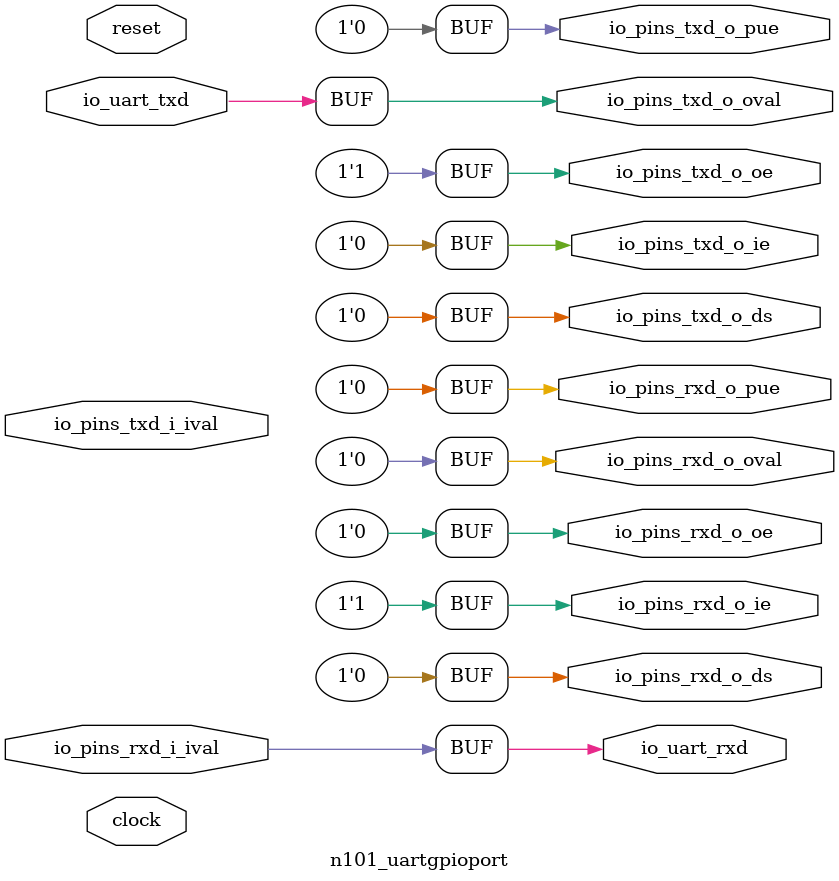
<source format=v>
module n101_uartgpioport(
  input   clock,
  input   reset,
  input   io_uart_txd,
  output  io_uart_rxd,
  input   io_pins_rxd_i_ival,
  output  io_pins_rxd_o_oval,
  output  io_pins_rxd_o_oe,
  output  io_pins_rxd_o_ie,
  output  io_pins_rxd_o_pue,
  output  io_pins_rxd_o_ds,
  input   io_pins_txd_i_ival,
  output  io_pins_txd_o_oval,
  output  io_pins_txd_o_oe,
  output  io_pins_txd_o_ie,
  output  io_pins_txd_o_pue,
  output  io_pins_txd_o_ds
);
  assign io_uart_rxd = io_pins_rxd_i_ival;
  assign io_pins_rxd_o_oval = 1'h0;
  assign io_pins_rxd_o_oe = 1'h0;
  assign io_pins_rxd_o_ie = 1'h1;
  assign io_pins_rxd_o_pue = 1'h0;
  assign io_pins_rxd_o_ds = 1'h0;
  assign io_pins_txd_o_oval = io_uart_txd;
  assign io_pins_txd_o_oe = 1'h1;
  assign io_pins_txd_o_ie = 1'h0;
  assign io_pins_txd_o_pue = 1'h0;
  assign io_pins_txd_o_ds = 1'h0;
endmodule


</source>
